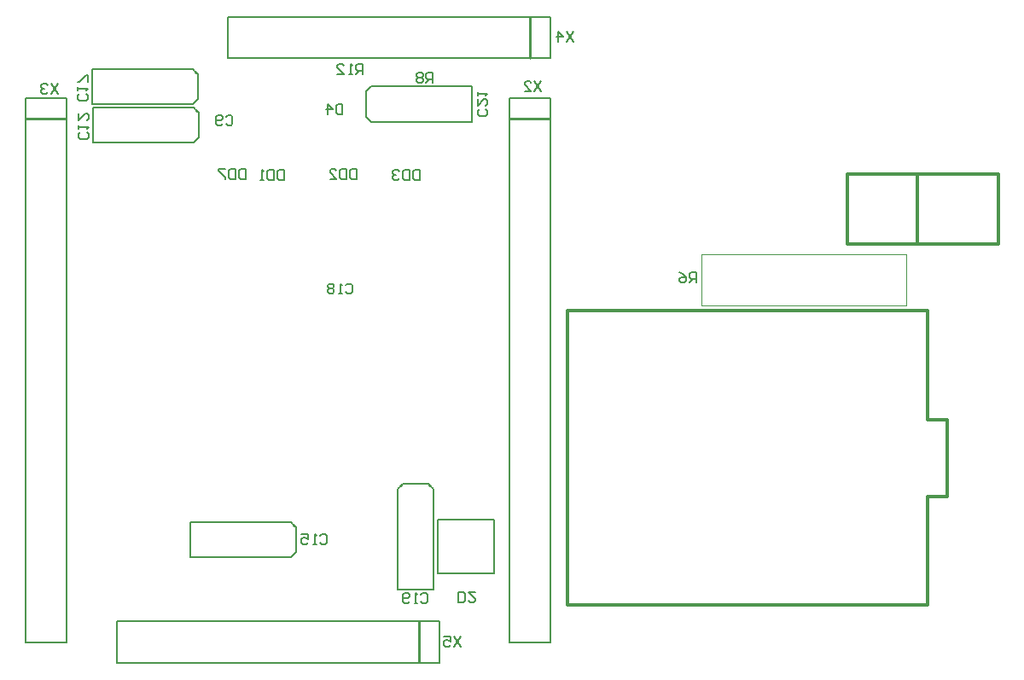
<source format=gbo>
G04*
G04 #@! TF.GenerationSoftware,Altium Limited,Altium Designer,19.1.6 (110)*
G04*
G04 Layer_Color=32896*
%FSLAX24Y24*%
%MOIN*%
G70*
G01*
G75*
%ADD10C,0.0039*%
%ADD11C,0.0059*%
%ADD13C,0.0079*%
%ADD14C,0.0118*%
%ADD60C,0.0100*%
D10*
X36933Y14150D02*
Y16150D01*
X28933D02*
X36933D01*
X28933Y14150D02*
X36933D01*
X28933D02*
Y16150D01*
D11*
X20850Y3700D02*
Y5800D01*
X18650Y3700D02*
X20850D01*
X18650D02*
Y5800D01*
X20850D01*
X11121Y19487D02*
Y19094D01*
X10925D01*
X10859Y19159D01*
Y19422D01*
X10925Y19487D01*
X11121D01*
X10728D02*
Y19094D01*
X10531D01*
X10465Y19159D01*
Y19422D01*
X10531Y19487D01*
X10728D01*
X10334D02*
X10072D01*
Y19422D01*
X10334Y19159D01*
Y19094D01*
X23930Y24864D02*
X23668Y24470D01*
Y24864D02*
X23930Y24470D01*
X23340D02*
Y24864D01*
X23536Y24667D01*
X23274D01*
X3790Y22834D02*
X3528Y22440D01*
Y22834D02*
X3790Y22440D01*
X3396Y22768D02*
X3331Y22834D01*
X3200D01*
X3134Y22768D01*
Y22702D01*
X3200Y22637D01*
X3265D01*
X3200D01*
X3134Y22571D01*
Y22506D01*
X3200Y22440D01*
X3331D01*
X3396Y22506D01*
X19540Y1224D02*
X19278Y830D01*
Y1224D02*
X19540Y830D01*
X18884Y1224D02*
X19146D01*
Y1027D01*
X19015Y1092D01*
X18950D01*
X18884Y1027D01*
Y896D01*
X18950Y830D01*
X19081D01*
X19146Y896D01*
X22680Y22914D02*
X22418Y22520D01*
Y22914D02*
X22680Y22520D01*
X22024D02*
X22286D01*
X22024Y22782D01*
Y22848D01*
X22090Y22914D01*
X22221D01*
X22286Y22848D01*
X19450Y2566D02*
Y2960D01*
X19647D01*
X19712Y2894D01*
Y2632D01*
X19647Y2566D01*
X19450D01*
X20106Y2960D02*
X19844D01*
X20106Y2698D01*
Y2632D01*
X20040Y2566D01*
X19909D01*
X19844Y2632D01*
X15046Y14942D02*
X15112Y15007D01*
X15243D01*
X15308Y14942D01*
Y14679D01*
X15243Y14614D01*
X15112D01*
X15046Y14679D01*
X14915Y14614D02*
X14784D01*
X14849D01*
Y15007D01*
X14915Y14942D01*
X14587D02*
X14521Y15007D01*
X14390D01*
X14324Y14942D01*
Y14876D01*
X14390Y14811D01*
X14324Y14745D01*
Y14679D01*
X14390Y14614D01*
X14521D01*
X14587Y14679D01*
Y14745D01*
X14521Y14811D01*
X14587Y14876D01*
Y14942D01*
X14521Y14811D02*
X14390D01*
X17983Y2843D02*
X18049Y2909D01*
X18180D01*
X18245Y2843D01*
Y2581D01*
X18180Y2515D01*
X18049D01*
X17983Y2581D01*
X17852Y2515D02*
X17721D01*
X17786D01*
Y2909D01*
X17852Y2843D01*
X17524Y2581D02*
X17458Y2515D01*
X17327D01*
X17261Y2581D01*
Y2843D01*
X17327Y2909D01*
X17458D01*
X17524Y2843D01*
Y2777D01*
X17458Y2712D01*
X17261D01*
X28733Y15060D02*
Y15453D01*
X28536D01*
X28471Y15388D01*
Y15256D01*
X28536Y15191D01*
X28733D01*
X28602D02*
X28471Y15060D01*
X28077Y15453D02*
X28208Y15388D01*
X28340Y15256D01*
Y15125D01*
X28274Y15060D01*
X28143D01*
X28077Y15125D01*
Y15191D01*
X28143Y15256D01*
X28340D01*
X18448Y22873D02*
Y23267D01*
X18252D01*
X18186Y23201D01*
Y23070D01*
X18252Y23004D01*
X18448D01*
X18317D02*
X18186Y22873D01*
X18055Y23201D02*
X17989Y23267D01*
X17858D01*
X17793Y23201D01*
Y23136D01*
X17858Y23070D01*
X17793Y23004D01*
Y22939D01*
X17858Y22873D01*
X17989D01*
X18055Y22939D01*
Y23004D01*
X17989Y23070D01*
X18055Y23136D01*
Y23201D01*
X17989Y23070D02*
X17858D01*
X15699Y23192D02*
Y23586D01*
X15503D01*
X15437Y23520D01*
Y23389D01*
X15503Y23323D01*
X15699D01*
X15568D02*
X15437Y23192D01*
X15306D02*
X15175D01*
X15240D01*
Y23586D01*
X15306Y23520D01*
X14716Y23192D02*
X14978D01*
X14716Y23454D01*
Y23520D01*
X14781Y23586D01*
X14912D01*
X14978Y23520D01*
X12621Y19467D02*
Y19074D01*
X12425D01*
X12359Y19139D01*
Y19402D01*
X12425Y19467D01*
X12621D01*
X12228D02*
Y19074D01*
X12031D01*
X11965Y19139D01*
Y19402D01*
X12031Y19467D01*
X12228D01*
X11834Y19074D02*
X11703D01*
X11769D01*
Y19467D01*
X11834Y19402D01*
X15471Y19477D02*
Y19084D01*
X15275D01*
X15209Y19149D01*
Y19412D01*
X15275Y19477D01*
X15471D01*
X15078D02*
Y19084D01*
X14881D01*
X14815Y19149D01*
Y19412D01*
X14881Y19477D01*
X15078D01*
X14422Y19084D02*
X14684D01*
X14422Y19346D01*
Y19412D01*
X14487Y19477D01*
X14619D01*
X14684Y19412D01*
X17929Y19467D02*
Y19074D01*
X17733D01*
X17667Y19139D01*
Y19402D01*
X17733Y19467D01*
X17929D01*
X17536D02*
Y19074D01*
X17339D01*
X17273Y19139D01*
Y19402D01*
X17339Y19467D01*
X17536D01*
X17142Y19402D02*
X17077Y19467D01*
X16945D01*
X16880Y19402D01*
Y19336D01*
X16945Y19270D01*
X17011D01*
X16945D01*
X16880Y19205D01*
Y19139D01*
X16945Y19074D01*
X17077D01*
X17142Y19139D01*
X14920Y22034D02*
Y21640D01*
X14723D01*
X14658Y21706D01*
Y21968D01*
X14723Y22034D01*
X14920D01*
X14330Y21640D02*
Y22034D01*
X14526Y21837D01*
X14264D01*
X4898Y22432D02*
X4964Y22367D01*
Y22236D01*
X4898Y22170D01*
X4636D01*
X4570Y22236D01*
Y22367D01*
X4636Y22432D01*
X4570Y22564D02*
Y22695D01*
Y22629D01*
X4964D01*
X4898Y22564D01*
X4964Y22892D02*
Y23154D01*
X4898D01*
X4636Y22892D01*
X4570D01*
X20518Y21832D02*
X20584Y21767D01*
Y21636D01*
X20518Y21570D01*
X20256D01*
X20190Y21636D01*
Y21767D01*
X20256Y21832D01*
X20190Y22226D02*
Y21964D01*
X20452Y22226D01*
X20518D01*
X20584Y22160D01*
Y22029D01*
X20518Y21964D01*
X20190Y22357D02*
Y22488D01*
Y22423D01*
X20584D01*
X20518Y22357D01*
X14038Y5158D02*
X14103Y5224D01*
X14234D01*
X14300Y5158D01*
Y4896D01*
X14234Y4830D01*
X14103D01*
X14038Y4896D01*
X13906Y4830D02*
X13775D01*
X13841D01*
Y5224D01*
X13906Y5158D01*
X13316Y5224D02*
X13578D01*
Y5027D01*
X13447Y5092D01*
X13382D01*
X13316Y5027D01*
Y4896D01*
X13382Y4830D01*
X13513D01*
X13578Y4896D01*
X4928Y20932D02*
X4994Y20867D01*
Y20736D01*
X4928Y20670D01*
X4666D01*
X4600Y20736D01*
Y20867D01*
X4666Y20932D01*
X4600Y21064D02*
Y21195D01*
Y21129D01*
X4994D01*
X4928Y21064D01*
X4600Y21654D02*
Y21392D01*
X4862Y21654D01*
X4928D01*
X4994Y21588D01*
Y21457D01*
X4928Y21392D01*
X10358Y21518D02*
X10423Y21584D01*
X10554D01*
X10620Y21518D01*
Y21256D01*
X10554Y21190D01*
X10423D01*
X10358Y21256D01*
X10226D02*
X10161Y21190D01*
X10030D01*
X9964Y21256D01*
Y21518D01*
X10030Y21584D01*
X10161D01*
X10226Y21518D01*
Y21452D01*
X10161Y21387D01*
X9964D01*
D13*
X10435Y23822D02*
X10438Y23819D01*
X10435Y23822D02*
Y25433D01*
X10438Y23819D02*
X23032D01*
X10433Y25433D02*
X23032D01*
Y23823D02*
Y25433D01*
Y24646D02*
Y25197D01*
X21654Y22244D02*
X22205D01*
X21448D02*
X23028D01*
X21448Y990D02*
X21458Y980D01*
X21448Y990D02*
Y22244D01*
X23032Y984D02*
Y22244D01*
X23028Y980D02*
X23032Y984D01*
X21458Y980D02*
X23028D01*
X17076Y3047D02*
Y6984D01*
X17227Y7135D01*
X17273Y7181D02*
X18257D01*
X18303Y7135D02*
X18454Y6984D01*
Y3047D02*
Y6984D01*
X17076Y3047D02*
X18454D01*
X18257Y7181D02*
X18356Y7083D01*
X17175D02*
X17273Y7181D01*
X8963Y5689D02*
X12900D01*
X13051Y5538D01*
X13096Y4508D02*
Y5492D01*
X12900Y4311D02*
X13051Y4462D01*
X8963Y4311D02*
X12900D01*
X8963D02*
Y5689D01*
X12998Y4409D02*
X13096Y4508D01*
X12998Y5591D02*
X13096Y5492D01*
X5163Y21889D02*
X9100D01*
X9251Y21738D01*
X9296Y20708D02*
Y21692D01*
X9100Y20511D02*
X9251Y20662D01*
X5163Y20511D02*
X9100D01*
X5163D02*
Y21889D01*
X9198Y20609D02*
X9296Y20708D01*
X9198Y21791D02*
X9296Y21692D01*
X5132Y22011D02*
Y23389D01*
X9069D01*
X5132Y22011D02*
X9069D01*
Y23389D02*
X9220Y23238D01*
X9168Y23291D02*
X9266Y23192D01*
X9069Y22011D02*
X9220Y22162D01*
X9266Y22208D02*
Y23192D01*
X9168Y22109D02*
X9266Y22208D01*
X16034Y21330D02*
X19971D01*
Y22708D01*
X16034D02*
X19971D01*
X15883Y21480D02*
X16034Y21330D01*
X15837Y21526D02*
X15936Y21428D01*
X15837Y21526D02*
Y22511D01*
X15883Y22557D02*
X16034Y22708D01*
X15837Y22511D02*
X15936Y22609D01*
X6105Y200D02*
X6107Y197D01*
X6105Y200D02*
Y1811D01*
X6107Y197D02*
X18701D01*
X6102Y1811D02*
X18701D01*
Y201D02*
Y1811D01*
Y1024D02*
Y1575D01*
X2756Y22244D02*
X3307D01*
X2550D02*
X4130D01*
X2550Y990D02*
X2560Y980D01*
X2550Y990D02*
Y22244D01*
X4134Y984D02*
Y22244D01*
X4130Y980D02*
X4134Y984D01*
X2560Y980D02*
X4130D01*
D14*
X34630Y17929D02*
Y19307D01*
X37386D01*
X34630Y16551D02*
Y17929D01*
Y16551D02*
X37386D01*
Y19307D01*
X40535D01*
Y16551D02*
Y19307D01*
X37386Y16551D02*
X40535D01*
X23695Y13950D02*
X37765Y13950D01*
X23695Y2450D02*
Y13950D01*
Y2450D02*
X37765Y2450D01*
Y9700D02*
X38545D01*
Y6700D02*
Y9700D01*
X37765Y6700D02*
X38545D01*
X37765Y9700D02*
Y13950D01*
Y2450D02*
Y6700D01*
D60*
X22244Y23833D02*
Y25413D01*
X21438Y21457D02*
X23018D01*
X17913Y211D02*
Y1791D01*
X2540Y21457D02*
X4120D01*
M02*

</source>
